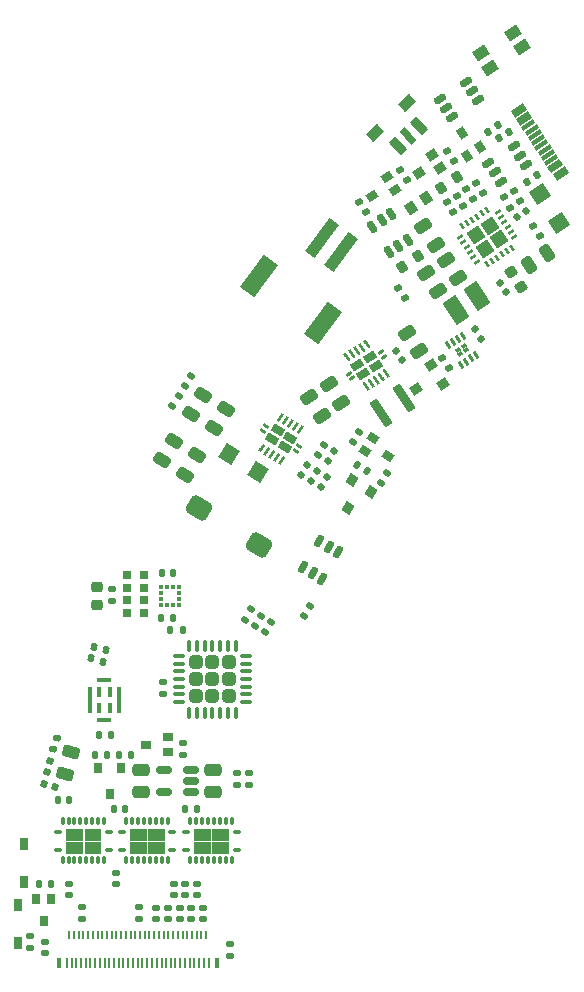
<source format=gbr>
%TF.GenerationSoftware,KiCad,Pcbnew,8.0.4*%
%TF.CreationDate,2024-09-02T19:36:39+02:00*%
%TF.ProjectId,Zoka-MainBoard,5a6f6b61-2d4d-4616-996e-426f6172642e,rev?*%
%TF.SameCoordinates,Original*%
%TF.FileFunction,Paste,Top*%
%TF.FilePolarity,Positive*%
%FSLAX46Y46*%
G04 Gerber Fmt 4.6, Leading zero omitted, Abs format (unit mm)*
G04 Created by KiCad (PCBNEW 8.0.4) date 2024-09-02 19:36:39*
%MOMM*%
%LPD*%
G01*
G04 APERTURE LIST*
G04 Aperture macros list*
%AMRoundRect*
0 Rectangle with rounded corners*
0 $1 Rounding radius*
0 $2 $3 $4 $5 $6 $7 $8 $9 X,Y pos of 4 corners*
0 Add a 4 corners polygon primitive as box body*
4,1,4,$2,$3,$4,$5,$6,$7,$8,$9,$2,$3,0*
0 Add four circle primitives for the rounded corners*
1,1,$1+$1,$2,$3*
1,1,$1+$1,$4,$5*
1,1,$1+$1,$6,$7*
1,1,$1+$1,$8,$9*
0 Add four rect primitives between the rounded corners*
20,1,$1+$1,$2,$3,$4,$5,0*
20,1,$1+$1,$4,$5,$6,$7,0*
20,1,$1+$1,$6,$7,$8,$9,0*
20,1,$1+$1,$8,$9,$2,$3,0*%
%AMHorizOval*
0 Thick line with rounded ends*
0 $1 width*
0 $2 $3 position (X,Y) of the first rounded end (center of the circle)*
0 $4 $5 position (X,Y) of the second rounded end (center of the circle)*
0 Add line between two ends*
20,1,$1,$2,$3,$4,$5,0*
0 Add two circle primitives to create the rounded ends*
1,1,$1,$2,$3*
1,1,$1,$4,$5*%
%AMRotRect*
0 Rectangle, with rotation*
0 The origin of the aperture is its center*
0 $1 length*
0 $2 width*
0 $3 Rotation angle, in degrees counterclockwise*
0 Add horizontal line*
21,1,$1,$2,0,0,$3*%
G04 Aperture macros list end*
%ADD10C,0.010000*%
%ADD11RoundRect,0.200000X-0.015587X-0.339679X0.318352X-0.119487X0.015587X0.339679X-0.318352X0.119487X0*%
%ADD12RoundRect,0.135000X-0.135000X-0.185000X0.135000X-0.185000X0.135000X0.185000X-0.135000X0.185000X0*%
%ADD13RotRect,1.300000X2.220000X213.400000*%
%ADD14RoundRect,0.250000X-0.273574X0.461825X-0.535567X0.035962X0.273574X-0.461825X0.535567X-0.035962X0*%
%ADD15RoundRect,0.135000X-0.228762X0.010866X-0.080132X-0.214543X0.228762X-0.010866X0.080132X0.214543X0*%
%ADD16R,0.700000X0.725000*%
%ADD17RoundRect,0.150000X-0.345419X0.251367X0.094965X-0.416511X0.345419X-0.251367X-0.094965X0.416511X0*%
%ADD18RotRect,0.700000X0.900000X33.400000*%
%ADD19RoundRect,0.135000X0.135000X0.185000X-0.135000X0.185000X-0.135000X-0.185000X0.135000X-0.185000X0*%
%ADD20RotRect,1.000000X0.700000X90.001000*%
%ADD21RoundRect,0.250000X0.475000X-0.250000X0.475000X0.250000X-0.475000X0.250000X-0.475000X-0.250000X0*%
%ADD22RoundRect,0.250000X0.273574X-0.461825X0.535567X-0.035962X-0.273574X0.461825X-0.535567X0.035962X0*%
%ADD23RoundRect,0.150000X0.251367X0.345419X-0.416511X-0.094965X-0.251367X-0.345419X0.416511X0.094965X0*%
%ADD24RoundRect,0.140000X0.140000X0.170000X-0.140000X0.170000X-0.140000X-0.170000X0.140000X-0.170000X0*%
%ADD25RoundRect,0.250000X0.534173X0.052766X0.258933X0.470190X-0.534173X-0.052766X-0.258933X-0.470190X0*%
%ADD26RoundRect,0.140000X0.170000X-0.140000X0.170000X0.140000X-0.170000X0.140000X-0.170000X-0.140000X0*%
%ADD27RoundRect,0.135000X0.010866X0.228762X-0.214543X0.080132X-0.010866X-0.228762X0.214543X-0.080132X0*%
%ADD28RoundRect,0.135000X0.178282X0.143756X-0.082518X0.213637X-0.178282X-0.143756X0.082518X-0.213637X0*%
%ADD29RoundRect,0.135000X0.185000X-0.135000X0.185000X0.135000X-0.185000X0.135000X-0.185000X-0.135000X0*%
%ADD30RoundRect,0.050000X-0.050000X-0.385000X0.050000X-0.385000X0.050000X0.385000X-0.050000X0.385000X0*%
%ADD31RoundRect,0.050000X-0.050000X-0.275000X0.050000X-0.275000X0.050000X0.275000X-0.050000X0.275000X0*%
%ADD32RoundRect,0.100000X-0.100000X-0.350000X0.100000X-0.350000X0.100000X0.350000X-0.100000X0.350000X0*%
%ADD33RoundRect,0.135000X0.086831X-0.211921X0.228308X0.018046X-0.086831X0.211921X-0.228308X-0.018046X0*%
%ADD34RoundRect,0.250000X-0.320000X0.320000X-0.320000X-0.320000X0.320000X-0.320000X0.320000X0.320000X0*%
%ADD35RoundRect,0.075000X-0.075000X0.437500X-0.075000X-0.437500X0.075000X-0.437500X0.075000X0.437500X0*%
%ADD36RoundRect,0.075000X-0.437500X0.075000X-0.437500X-0.075000X0.437500X-0.075000X0.437500X0.075000X0*%
%ADD37RoundRect,0.140000X-0.170000X0.140000X-0.170000X-0.140000X0.170000X-0.140000X0.170000X0.140000X0*%
%ADD38RoundRect,0.140000X0.218991X-0.023297X0.064857X0.210460X-0.218991X0.023297X-0.064857X-0.210460X0*%
%ADD39RoundRect,0.135000X0.228762X-0.010866X0.080132X0.214543X-0.228762X0.010866X-0.080132X-0.214543X0*%
%ADD40RotRect,1.188000X1.188000X213.400000*%
%ADD41RoundRect,0.060000X0.158986X0.176701X-0.225044X-0.076520X-0.158986X-0.176701X0.225044X0.076520X0*%
%ADD42RoundRect,0.060000X-0.076520X0.225044X-0.176701X0.158986X0.076520X-0.225044X0.176701X-0.158986X0*%
%ADD43RoundRect,0.135000X-0.086831X0.211921X-0.228308X-0.018046X0.086831X-0.211921X0.228308X0.018046X0*%
%ADD44R,0.700000X1.000000*%
%ADD45R,0.700000X0.900000*%
%ADD46RotRect,1.000000X3.500000X143.400000*%
%ADD47RotRect,1.500000X3.400000X143.400000*%
%ADD48RotRect,0.850000X1.000000X213.400000*%
%ADD49RotRect,0.700000X0.900000X123.400000*%
%ADD50RoundRect,0.012000X0.288000X0.108000X-0.288000X0.108000X-0.288000X-0.108000X0.288000X-0.108000X0*%
%ADD51RoundRect,0.012000X0.108000X-0.288000X0.108000X0.288000X-0.108000X0.288000X-0.108000X-0.288000X0*%
%ADD52RoundRect,0.135000X0.143756X-0.178282X0.213637X0.082518X-0.143756X0.178282X-0.213637X-0.082518X0*%
%ADD53RoundRect,0.225000X-0.332570X0.050221X-0.084854X-0.325461X0.332570X-0.050221X0.084854X0.325461X0*%
%ADD54RoundRect,0.140000X-0.218991X0.023297X-0.064857X-0.210460X0.218991X-0.023297X0.064857X0.210460X0*%
%ADD55RotRect,0.900000X0.800000X213.400000*%
%ADD56RoundRect,0.250000X-0.394110X0.364421X-0.523520X-0.118542X0.394110X-0.364421X0.523520X0.118542X0*%
%ADD57R,0.350000X0.375000*%
%ADD58R,0.375000X0.350000*%
%ADD59R,0.900000X0.700000*%
%ADD60RoundRect,0.140000X0.071436X-0.208319X0.218152X0.030164X-0.071436X0.208319X-0.218152X-0.030164X0*%
%ADD61RoundRect,0.250000X-0.534173X-0.052766X-0.258933X-0.470190X0.534173X0.052766X0.258933X0.470190X0*%
%ADD62RoundRect,0.080000X-0.177614X-0.021289X-0.089537X-0.154865X0.177614X0.021289X0.089537X0.154865X0*%
%ADD63RoundRect,0.075000X-0.213996X0.188297X0.088769X-0.270869X0.213996X-0.188297X-0.088769X0.270869X0*%
%ADD64RoundRect,0.140000X-0.023297X-0.218991X0.210460X-0.064857X0.023297X0.218991X-0.210460X0.064857X0*%
%ADD65RoundRect,0.225000X0.250000X-0.225000X0.250000X0.225000X-0.250000X0.225000X-0.250000X-0.225000X0*%
%ADD66RoundRect,0.250000X0.052766X-0.534173X0.470190X-0.258933X-0.052766X0.534173X-0.470190X0.258933X0*%
%ADD67RoundRect,0.150000X-0.081835X-0.419289X0.337353X0.262093X0.081835X0.419289X-0.337353X-0.262093X0*%
%ADD68RoundRect,0.200000X0.015587X0.339679X-0.318352X0.119487X-0.015587X-0.339679X0.318352X-0.119487X0*%
%ADD69RoundRect,0.140000X-0.127973X0.179229X-0.200442X-0.091230X0.127973X-0.179229X0.200442X0.091230X0*%
%ADD70RotRect,0.230000X0.230000X238.400000*%
%ADD71HorizOval,0.230000X-0.149336X-0.242742X0.149336X0.242742X0*%
%ADD72RotRect,0.680000X1.050000X238.400000*%
%ADD73RotRect,0.260000X0.500000X238.400000*%
%ADD74RoundRect,0.140000X-0.071436X0.208319X-0.218152X-0.030164X0.071436X-0.208319X0.218152X0.030164X0*%
%ADD75RotRect,0.900000X0.800000X238.400000*%
%ADD76RoundRect,0.150000X0.512500X0.150000X-0.512500X0.150000X-0.512500X-0.150000X0.512500X-0.150000X0*%
%ADD77RoundRect,0.140000X-0.140000X-0.170000X0.140000X-0.170000X0.140000X0.170000X-0.140000X0.170000X0*%
%ADD78RotRect,1.200000X0.950000X33.400000*%
%ADD79RotRect,1.300000X1.400000X328.400000*%
%ADD80RotRect,0.230000X0.230000X123.400000*%
%ADD81HorizOval,0.230000X-0.156887X0.237932X0.156887X-0.237932X0*%
%ADD82RotRect,0.680000X1.050000X123.400000*%
%ADD83RotRect,0.260000X0.500000X123.400000*%
%ADD84RoundRect,0.001000X0.562610X0.191299X0.397465X0.441754X-0.562610X-0.191299X-0.397465X-0.441754X0*%
%ADD85RoundRect,0.135000X-0.211921X-0.086831X0.018046X-0.228308X0.211921X0.086831X-0.018046X0.228308X0*%
%ADD86RoundRect,0.100000X-0.862636X0.808693X0.403470X-1.111457X0.862636X-0.808693X-0.403470X1.111457X0*%
%ADD87RoundRect,0.425000X-0.267049X0.663276X-0.712437X-0.060692X0.267049X-0.663276X0.712437X0.060692X0*%
%ADD88R,0.400000X0.950000*%
%ADD89R,0.350000X2.300000*%
%ADD90R,1.300000X0.350000*%
%ADD91RoundRect,0.140000X-0.179229X-0.127973X0.091230X-0.200442X0.179229X0.127973X-0.091230X0.200442X0*%
%ADD92R,0.800000X0.900000*%
%ADD93RotRect,0.750000X1.500000X223.400000*%
%ADD94RotRect,0.600000X1.500000X223.400000*%
%ADD95RotRect,1.300000X0.900000X223.400000*%
%ADD96RotRect,0.700000X0.900000X238.400000*%
%ADD97RotRect,1.300000X1.400000X123.400000*%
G04 APERTURE END LIST*
D10*
%TO.C,U402*%
X157582987Y-103713462D02*
X156252987Y-103713462D01*
X156252987Y-102793462D01*
X157582987Y-102793462D01*
X157582987Y-103713462D01*
G36*
X157582987Y-103713462D02*
G01*
X156252987Y-103713462D01*
X156252987Y-102793462D01*
X157582987Y-102793462D01*
X157582987Y-103713462D01*
G37*
X159122987Y-103713462D02*
X157792987Y-103713462D01*
X157792987Y-102793462D01*
X159122987Y-102793462D01*
X159122987Y-103713462D01*
G36*
X159122987Y-103713462D02*
G01*
X157792987Y-103713462D01*
X157792987Y-102793462D01*
X159122987Y-102793462D01*
X159122987Y-103713462D01*
G37*
X157582987Y-102593462D02*
X156252987Y-102593462D01*
X156252987Y-101673462D01*
X157582987Y-101673462D01*
X157582987Y-102593462D01*
G36*
X157582987Y-102593462D02*
G01*
X156252987Y-102593462D01*
X156252987Y-101673462D01*
X157582987Y-101673462D01*
X157582987Y-102593462D01*
G37*
X159122987Y-102593462D02*
X157792987Y-102593462D01*
X157792987Y-101673462D01*
X159122987Y-101673462D01*
X159122987Y-102593462D01*
G36*
X159122987Y-102593462D02*
G01*
X157792987Y-102593462D01*
X157792987Y-101673462D01*
X159122987Y-101673462D01*
X159122987Y-102593462D01*
G37*
%TO.C,U401*%
X163007989Y-103714321D02*
X161677989Y-103714321D01*
X161677989Y-102794321D01*
X163007989Y-102794321D01*
X163007989Y-103714321D01*
G36*
X163007989Y-103714321D02*
G01*
X161677989Y-103714321D01*
X161677989Y-102794321D01*
X163007989Y-102794321D01*
X163007989Y-103714321D01*
G37*
X164547989Y-103714321D02*
X163217989Y-103714321D01*
X163217989Y-102794321D01*
X164547989Y-102794321D01*
X164547989Y-103714321D01*
G36*
X164547989Y-103714321D02*
G01*
X163217989Y-103714321D01*
X163217989Y-102794321D01*
X164547989Y-102794321D01*
X164547989Y-103714321D01*
G37*
X163007989Y-102594321D02*
X161677989Y-102594321D01*
X161677989Y-101674321D01*
X163007989Y-101674321D01*
X163007989Y-102594321D01*
G36*
X163007989Y-102594321D02*
G01*
X161677989Y-102594321D01*
X161677989Y-101674321D01*
X163007989Y-101674321D01*
X163007989Y-102594321D01*
G37*
X164547989Y-102594321D02*
X163217989Y-102594321D01*
X163217989Y-101674321D01*
X164547989Y-101674321D01*
X164547989Y-102594321D01*
G36*
X164547989Y-102594321D02*
G01*
X163217989Y-102594321D01*
X163217989Y-101674321D01*
X164547989Y-101674321D01*
X164547989Y-102594321D01*
G37*
%TO.C,U403*%
X152182986Y-103713457D02*
X150852986Y-103713457D01*
X150852986Y-102793457D01*
X152182986Y-102793457D01*
X152182986Y-103713457D01*
G36*
X152182986Y-103713457D02*
G01*
X150852986Y-103713457D01*
X150852986Y-102793457D01*
X152182986Y-102793457D01*
X152182986Y-103713457D01*
G37*
X153722986Y-103713457D02*
X152392986Y-103713457D01*
X152392986Y-102793457D01*
X153722986Y-102793457D01*
X153722986Y-103713457D01*
G36*
X153722986Y-103713457D02*
G01*
X152392986Y-103713457D01*
X152392986Y-102793457D01*
X153722986Y-102793457D01*
X153722986Y-103713457D01*
G37*
X152182986Y-102593457D02*
X150852986Y-102593457D01*
X150852986Y-101673457D01*
X152182986Y-101673457D01*
X152182986Y-102593457D01*
G36*
X152182986Y-102593457D02*
G01*
X150852986Y-102593457D01*
X150852986Y-101673457D01*
X152182986Y-101673457D01*
X152182986Y-102593457D01*
G37*
X153722986Y-102593457D02*
X152392986Y-102593457D01*
X152392986Y-101673457D01*
X153722986Y-101673457D01*
X153722986Y-102593457D01*
G36*
X153722986Y-102593457D02*
G01*
X152392986Y-102593457D01*
X152392986Y-101673457D01*
X153722986Y-101673457D01*
X153722986Y-102593457D01*
G37*
%TD*%
D11*
%TO.C,R309*%
X182576670Y-47419278D03*
X183954168Y-46510984D03*
%TD*%
D12*
%TO.C,R307*%
X155302992Y-95443456D03*
X156322992Y-95443456D03*
%TD*%
D13*
%TO.C,L302*%
X185624344Y-56605765D03*
X183854466Y-57772785D03*
%TD*%
D14*
%TO.C,C320*%
X159970496Y-68868126D03*
X158974922Y-70486408D03*
%TD*%
D15*
%TO.C,R315*%
X178948600Y-55925986D03*
X179510090Y-56777530D03*
%TD*%
D16*
%TO.C,U501*%
X156026136Y-80181627D03*
X156026136Y-81256627D03*
X156026136Y-82331627D03*
X156026136Y-83406627D03*
X157426136Y-83406627D03*
X157426136Y-82331627D03*
X157426136Y-81256627D03*
X157426136Y-80181627D03*
%TD*%
D17*
%TO.C,D301*%
X178328799Y-49651266D03*
X177535693Y-50174223D03*
X176742588Y-50697179D03*
X178173837Y-52867784D03*
X178966943Y-52344827D03*
X179760048Y-51821871D03*
%TD*%
D18*
%TO.C,Q305*%
X184816285Y-44684815D03*
X185901587Y-43969190D03*
X184313022Y-42740792D03*
%TD*%
D19*
%TO.C,R506*%
X149522984Y-106368457D03*
X148502984Y-106368457D03*
%TD*%
%TO.C,R206*%
X159888530Y-83803822D03*
X158868530Y-83803822D03*
%TD*%
D12*
%TO.C,R205*%
X159668530Y-84861956D03*
X160688530Y-84861956D03*
%TD*%
D20*
%TO.C,LED502*%
X147288015Y-106168458D03*
X147287959Y-102968458D03*
%TD*%
D21*
%TO.C,C301*%
X163300490Y-98593455D03*
X163300490Y-96693455D03*
%TD*%
D22*
%TO.C,C321*%
X161385255Y-66568470D03*
X162380829Y-64950188D03*
%TD*%
D23*
%TO.C,D501*%
X185709400Y-40004109D03*
X185186443Y-39211003D03*
X184663487Y-38417898D03*
X182492882Y-39849147D03*
X183015839Y-40642253D03*
X183538795Y-41435358D03*
%TD*%
D24*
%TO.C,C402*%
X151106143Y-99251631D03*
X150146143Y-99251631D03*
%TD*%
D21*
%TO.C,C304*%
X157209634Y-98593455D03*
X157209634Y-96693455D03*
%TD*%
D25*
%TO.C,C306*%
X180731982Y-61246748D03*
X179686068Y-59660538D03*
%TD*%
D26*
%TO.C,C407*%
X159437986Y-109303455D03*
X159437986Y-108343455D03*
%TD*%
D27*
%TO.C,R314*%
X187388006Y-42090704D03*
X186536462Y-42652194D03*
%TD*%
D24*
%TO.C,C401*%
X161892985Y-99993457D03*
X160932985Y-99993457D03*
%TD*%
D28*
%TO.C,R503*%
X154193761Y-86558627D03*
X153208517Y-86294631D03*
%TD*%
D29*
%TO.C,R507*%
X147787989Y-111803458D03*
X147787989Y-110783458D03*
%TD*%
D26*
%TO.C,C412*%
X161437985Y-109303455D03*
X161437985Y-108343455D03*
%TD*%
D30*
%TO.C,J401*%
X150890580Y-113046793D03*
D31*
X151090580Y-110636793D03*
D30*
X151290580Y-113046793D03*
D31*
X151490580Y-110636793D03*
D30*
X151690580Y-113046793D03*
D31*
X151890580Y-110636793D03*
D30*
X152090580Y-113046793D03*
D31*
X152290580Y-110636793D03*
D30*
X152490580Y-113046793D03*
D31*
X152690580Y-110636793D03*
D30*
X152890580Y-113046793D03*
D31*
X153090580Y-110636793D03*
D30*
X153290580Y-113046793D03*
D31*
X153490580Y-110636793D03*
D30*
X153690580Y-113046793D03*
D31*
X153890580Y-110636793D03*
D30*
X154090580Y-113046793D03*
D31*
X154290580Y-110636793D03*
D30*
X154490580Y-113046793D03*
D31*
X154690580Y-110636793D03*
D30*
X154890580Y-113046793D03*
D31*
X155090580Y-110636793D03*
D30*
X155290580Y-113046793D03*
D31*
X155490580Y-110636793D03*
D30*
X155690580Y-113046793D03*
D31*
X155890580Y-110636793D03*
D30*
X156090580Y-113046793D03*
D31*
X156290580Y-110636793D03*
D30*
X156490580Y-113046793D03*
D31*
X156690580Y-110636793D03*
D30*
X156890580Y-113046793D03*
D31*
X157090580Y-110636793D03*
D30*
X157290580Y-113046793D03*
D31*
X157490580Y-110636793D03*
D30*
X157690580Y-113046793D03*
D31*
X157890580Y-110636793D03*
D30*
X158100192Y-113041104D03*
D31*
X158290580Y-110636793D03*
D30*
X158490022Y-113041104D03*
D31*
X158690580Y-110636793D03*
D30*
X158915699Y-113045585D03*
D31*
X159090580Y-110636793D03*
D30*
X159290580Y-113046793D03*
D31*
X159490580Y-110636793D03*
D30*
X159690878Y-113041104D03*
D31*
X159890580Y-110636793D03*
D30*
X160090580Y-113046793D03*
D31*
X160290580Y-110636793D03*
D30*
X160483534Y-113046793D03*
D31*
X160690580Y-110636793D03*
D30*
X160890580Y-113046793D03*
D31*
X161090580Y-110636793D03*
D30*
X161287297Y-113042093D03*
D31*
X161490580Y-110636793D03*
D30*
X161690580Y-113046793D03*
D31*
X161890580Y-110636793D03*
D30*
X162090580Y-113046793D03*
D31*
X162290580Y-110636793D03*
D30*
X162490580Y-113046793D03*
D31*
X162690580Y-110636793D03*
D30*
X162890580Y-113046793D03*
D32*
X150205580Y-113046793D03*
X163575580Y-113046793D03*
%TD*%
D33*
%TO.C,R321*%
X160886197Y-64220945D03*
X161420663Y-63352183D03*
%TD*%
D34*
%TO.C,U202*%
X164646144Y-87581629D03*
X163226144Y-87581629D03*
X161806144Y-87581629D03*
X164646144Y-89001629D03*
X163226144Y-89001629D03*
X161806144Y-89001629D03*
X164646144Y-90421629D03*
X163226144Y-90421629D03*
X161806144Y-90421629D03*
D35*
X165176144Y-86164129D03*
X164526144Y-86164129D03*
X163876144Y-86164129D03*
X163226144Y-86164129D03*
X162576144Y-86164129D03*
X161926144Y-86164129D03*
X161276144Y-86164129D03*
D36*
X160388644Y-87051629D03*
X160388644Y-87701629D03*
X160388644Y-88351629D03*
X160388644Y-89001629D03*
X160388644Y-89651629D03*
X160388644Y-90301629D03*
X160388644Y-90951629D03*
D35*
X161276144Y-91839129D03*
X161926144Y-91839129D03*
X162576144Y-91839129D03*
X163226144Y-91839129D03*
X163876144Y-91839129D03*
X164526144Y-91839129D03*
X165176144Y-91839129D03*
D36*
X166063644Y-90951629D03*
X166063644Y-90301629D03*
X166063644Y-89651629D03*
X166063644Y-89001629D03*
X166063644Y-88351629D03*
X166063644Y-87701629D03*
X166063644Y-87051629D03*
%TD*%
D12*
%TO.C,R306*%
X153302989Y-95443462D03*
X154322989Y-95443462D03*
%TD*%
D37*
%TO.C,C414*%
X164737989Y-111468455D03*
X164737989Y-112428455D03*
%TD*%
D33*
%TO.C,R319*%
X172128517Y-70021886D03*
X172662983Y-69153124D03*
%TD*%
%TO.C,R202*%
X167676428Y-85016776D03*
X168210894Y-84148014D03*
%TD*%
D38*
%TO.C,C307*%
X179294187Y-62007539D03*
X178765725Y-61206085D03*
%TD*%
D26*
%TO.C,C204*%
X159076134Y-90231628D03*
X159076134Y-89271628D03*
%TD*%
D15*
%TO.C,R304*%
X187871420Y-48228217D03*
X188432910Y-49079761D03*
%TD*%
D39*
%TO.C,R301*%
X184457722Y-48945917D03*
X183896232Y-48094373D03*
%TD*%
D15*
%TO.C,R313*%
X183079110Y-44321012D03*
X183640600Y-45172556D03*
%TD*%
D40*
%TO.C,U303*%
X187456832Y-51777632D03*
X186686159Y-50608845D03*
X186288045Y-52548305D03*
X185517372Y-51379518D03*
D41*
X188771849Y-51569340D03*
X188496609Y-51151916D03*
X188221369Y-50734493D03*
X187946128Y-50317069D03*
X187670888Y-49899645D03*
X187395648Y-49482221D03*
D42*
X186477867Y-49293828D03*
X186060443Y-49569068D03*
X185643020Y-49844308D03*
X185225596Y-50119549D03*
X184808172Y-50394789D03*
X184390748Y-50670029D03*
D41*
X184202355Y-51587810D03*
X184477595Y-52005234D03*
X184752835Y-52422657D03*
X185028076Y-52840081D03*
X185303316Y-53257505D03*
X185578556Y-53674929D03*
D42*
X186496337Y-53863322D03*
X186913761Y-53588082D03*
X187331184Y-53312842D03*
X187748608Y-53037601D03*
X188166032Y-52762361D03*
X188583456Y-52487121D03*
%TD*%
D43*
%TO.C,R203*%
X167359169Y-83624024D03*
X166824703Y-84492786D03*
%TD*%
D15*
%TO.C,R317*%
X182664668Y-61812991D03*
X183226158Y-62664535D03*
%TD*%
%TO.C,R324*%
X190388363Y-50658716D03*
X190949853Y-51510260D03*
%TD*%
D44*
%TO.C,LED503*%
X146762983Y-111343458D03*
X146762983Y-108143458D03*
%TD*%
D45*
%TO.C,Q501*%
X149587989Y-107618459D03*
X148287989Y-107618459D03*
X148937989Y-109518459D03*
%TD*%
D33*
%TO.C,R501*%
X170958911Y-83661008D03*
X171493377Y-82792246D03*
%TD*%
D37*
%TO.C,C404*%
X161894909Y-106329399D03*
X161894909Y-107289399D03*
%TD*%
D46*
%TO.C,J301*%
X172504912Y-51634839D03*
X174110547Y-52827289D03*
D47*
X167189998Y-54849911D03*
X172568875Y-58844618D03*
%TD*%
D48*
%TO.C,RT301*%
X181309032Y-48267106D03*
X180015018Y-49120352D03*
%TD*%
D49*
%TO.C,Q306*%
X178686083Y-47559056D03*
X177970458Y-46473754D03*
X176742060Y-48062319D03*
%TD*%
D43*
%TO.C,R204*%
X166507439Y-83100041D03*
X165972973Y-83968803D03*
%TD*%
D50*
%TO.C,U402*%
X155537987Y-103443462D03*
D51*
X155937987Y-104343462D03*
X156437987Y-104343462D03*
X156937987Y-104343462D03*
X157437987Y-104343462D03*
X157937987Y-104343462D03*
X158437987Y-104343462D03*
X158937987Y-104343462D03*
X159437987Y-104343462D03*
D50*
X159837987Y-103443462D03*
X159837987Y-101943462D03*
D51*
X159437987Y-101043462D03*
X158937987Y-101043462D03*
X158437987Y-101043462D03*
X157937987Y-101043462D03*
X157437987Y-101043462D03*
X156937987Y-101043462D03*
X156437987Y-101043462D03*
X155937987Y-101043462D03*
D50*
X155537987Y-101943462D03*
%TD*%
D15*
%TO.C,R303*%
X188717040Y-47663974D03*
X189278530Y-48515518D03*
%TD*%
D52*
%TO.C,R201*%
X149757773Y-94938259D03*
X150021769Y-93953015D03*
%TD*%
D26*
%TO.C,C409*%
X156962987Y-109298457D03*
X156962987Y-108338457D03*
%TD*%
D22*
%TO.C,C322*%
X163344223Y-67773635D03*
X164339797Y-66155353D03*
%TD*%
D23*
%TO.C,D201*%
X189797724Y-45472749D03*
X189274767Y-44679643D03*
X188751811Y-43886538D03*
X186581206Y-45317787D03*
X187104163Y-46110893D03*
X187627119Y-46903998D03*
%TD*%
D53*
%TO.C,C310*%
X188509431Y-54509349D03*
X189362677Y-55803363D03*
%TD*%
D54*
%TO.C,C308*%
X187558992Y-55429514D03*
X188087454Y-56230968D03*
%TD*%
D55*
%TO.C,Q307*%
X182783990Y-63992209D03*
X181738077Y-62405998D03*
X180424368Y-64410161D03*
%TD*%
D56*
%TO.C,C202*%
X151240838Y-95204069D03*
X150749082Y-97039329D03*
%TD*%
D57*
%TO.C,U503*%
X158901139Y-82719130D03*
X159401139Y-82719130D03*
X159901139Y-82719130D03*
X160401139Y-82719130D03*
D58*
X160413639Y-82206630D03*
X160413639Y-81706630D03*
D57*
X160401139Y-81194130D03*
X159901139Y-81194130D03*
X159401139Y-81194130D03*
X158901139Y-81194130D03*
D58*
X158888639Y-81706630D03*
X158888639Y-82206630D03*
%TD*%
D26*
%TO.C,C408*%
X152162985Y-109298455D03*
X152162985Y-108338455D03*
%TD*%
D59*
%TO.C,Q301*%
X159462986Y-95193462D03*
X159462986Y-93893462D03*
X157562986Y-94543462D03*
%TD*%
D60*
%TO.C,C317*%
X170701884Y-71691978D03*
X171204910Y-70874320D03*
%TD*%
D61*
%TO.C,C312*%
X182955052Y-53488303D03*
X184000966Y-55074513D03*
%TD*%
D37*
%TO.C,C413*%
X149037989Y-111263465D03*
X149037989Y-112223465D03*
%TD*%
D62*
%TO.C,U302*%
X184499137Y-60821389D03*
X183998228Y-61151678D03*
X184719330Y-61155328D03*
X184218421Y-61485617D03*
D63*
X184441315Y-59916230D03*
X184023891Y-60191471D03*
X183606467Y-60466711D03*
X183189043Y-60741951D03*
X184276243Y-62390776D03*
X184693667Y-62115535D03*
X185111091Y-61840295D03*
X185528515Y-61565055D03*
%TD*%
D64*
%TO.C,C302*%
X188994584Y-49895255D03*
X189796038Y-49366793D03*
%TD*%
D65*
%TO.C,C501*%
X153426134Y-82726628D03*
X153426134Y-81176628D03*
%TD*%
D66*
%TO.C,C303*%
X189990606Y-53939956D03*
X191576816Y-52894042D03*
%TD*%
D28*
%TO.C,R502*%
X153934946Y-87524550D03*
X152949702Y-87260554D03*
%TD*%
D67*
%TO.C,D502*%
X170894320Y-79499900D03*
X171703460Y-79997687D03*
X172512601Y-80495474D03*
X173874964Y-78280984D03*
X173065824Y-77783197D03*
X172256683Y-77285410D03*
%TD*%
D68*
%TO.C,F301*%
X180619940Y-53171392D03*
X179242442Y-54079686D03*
%TD*%
D25*
%TO.C,C311*%
X174144121Y-65630825D03*
X173098207Y-64044615D03*
%TD*%
D15*
%TO.C,R302*%
X185565929Y-46993416D03*
X186127419Y-47844960D03*
%TD*%
D27*
%TO.C,R208*%
X188326687Y-42669580D03*
X187475143Y-43231070D03*
%TD*%
D69*
%TO.C,C203*%
X149484033Y-95945346D03*
X149235567Y-96872634D03*
%TD*%
D39*
%TO.C,R316*%
X179652573Y-46754076D03*
X179091083Y-45902532D03*
%TD*%
%TO.C,R318*%
X176191177Y-49497614D03*
X175629687Y-48646070D03*
%TD*%
D33*
%TO.C,R312*%
X177484722Y-72381923D03*
X178019188Y-71513161D03*
%TD*%
D29*
%TO.C,R504*%
X165312985Y-97978455D03*
X165312985Y-96958455D03*
%TD*%
D70*
%TO.C,U305*%
X170814042Y-67692772D03*
D71*
X170664706Y-67935514D03*
D70*
X170388179Y-67430779D03*
D71*
X170238843Y-67673521D03*
D70*
X169962315Y-67168786D03*
D71*
X169812979Y-67411528D03*
D70*
X169536452Y-66906793D03*
D71*
X169387116Y-67149535D03*
D70*
X169110588Y-66644800D03*
D71*
X168961252Y-66887542D03*
X167415494Y-69400136D03*
D70*
X167266158Y-69642878D03*
D71*
X167841357Y-69662129D03*
D70*
X167692021Y-69904871D03*
D71*
X168267221Y-69924122D03*
D70*
X168117885Y-70166864D03*
D71*
X168693084Y-70186115D03*
D70*
X168543748Y-70428857D03*
D71*
X169118948Y-70448108D03*
D70*
X168969612Y-70690850D03*
D72*
X169816740Y-68617279D03*
X168735047Y-67951817D03*
D73*
X170559411Y-69308990D03*
X167782782Y-67600796D03*
X170297418Y-69734854D03*
X167520789Y-68026660D03*
D72*
X169345153Y-69383833D03*
X168263460Y-68718371D03*
%TD*%
D74*
%TO.C,C318*%
X173498990Y-69702663D03*
X172995964Y-70520321D03*
%TD*%
D75*
%TO.C,Q304*%
X176667573Y-73166979D03*
X175049292Y-72171406D03*
X174705664Y-74542992D03*
%TD*%
D76*
%TO.C,U301*%
X161400489Y-98593456D03*
X161400489Y-97643456D03*
X161400489Y-96693456D03*
X159125489Y-96693456D03*
X159125489Y-98593456D03*
%TD*%
D24*
%TO.C,C403*%
X155858530Y-99993457D03*
X154898530Y-99993457D03*
%TD*%
D50*
%TO.C,U401*%
X160962989Y-103444321D03*
D51*
X161362989Y-104344321D03*
X161862989Y-104344321D03*
X162362989Y-104344321D03*
X162862989Y-104344321D03*
X163362989Y-104344321D03*
X163862989Y-104344321D03*
X164362989Y-104344321D03*
X164862989Y-104344321D03*
D50*
X165262989Y-103444321D03*
X165262989Y-101944321D03*
D51*
X164862989Y-101044321D03*
X164362989Y-101044321D03*
X163862989Y-101044321D03*
X163362989Y-101044321D03*
X162862989Y-101044321D03*
X162362989Y-101044321D03*
X161862989Y-101044321D03*
X161362989Y-101044321D03*
D50*
X160962989Y-101944321D03*
%TD*%
%TO.C,U403*%
X150137986Y-103443457D03*
D51*
X150537986Y-104343457D03*
X151037986Y-104343457D03*
X151537986Y-104343457D03*
X152037986Y-104343457D03*
X152537986Y-104343457D03*
X153037986Y-104343457D03*
X153537986Y-104343457D03*
X154037986Y-104343457D03*
D50*
X154437986Y-103443457D03*
X154437986Y-101943457D03*
D51*
X154037986Y-101043457D03*
X153537986Y-101043457D03*
X153037986Y-101043457D03*
X152537986Y-101043457D03*
X152037986Y-101043457D03*
X151537986Y-101043457D03*
X151037986Y-101043457D03*
X150537986Y-101043457D03*
D50*
X150137986Y-101943457D03*
%TD*%
D26*
%TO.C,C415*%
X160937982Y-107303460D03*
X160937982Y-106343460D03*
%TD*%
D39*
%TO.C,R308*%
X183622881Y-49496401D03*
X183061391Y-48644857D03*
%TD*%
D25*
%TO.C,C313*%
X172474424Y-66731783D03*
X171428510Y-65145573D03*
%TD*%
D27*
%TO.C,R207*%
X190725371Y-46363786D03*
X189873827Y-46925276D03*
%TD*%
D77*
%TO.C,C503*%
X158908457Y-80025623D03*
X159868457Y-80025623D03*
%TD*%
D78*
%TO.C,LED201*%
X186760806Y-37233844D03*
X185962609Y-36023314D03*
X188634122Y-34261776D03*
X189432319Y-35472306D03*
%TD*%
D79*
%TO.C,D303*%
X164599790Y-69930271D03*
X167069798Y-71449831D03*
%TD*%
D37*
%TO.C,C406*%
X151062985Y-106363456D03*
X151062985Y-107323456D03*
%TD*%
D29*
%TO.C,R505*%
X166312987Y-97976694D03*
X166312987Y-96956694D03*
%TD*%
D60*
%TO.C,C316*%
X172405337Y-72739948D03*
X172908363Y-71922290D03*
%TD*%
D80*
%TO.C,U304*%
X176386890Y-64463422D03*
D81*
X176230003Y-64225490D03*
D80*
X176804314Y-64188182D03*
D81*
X176647427Y-63950250D03*
D80*
X177221738Y-63912941D03*
D81*
X177064851Y-63675010D03*
D80*
X177639162Y-63637701D03*
D81*
X177482275Y-63399769D03*
D80*
X178056586Y-63362460D03*
D81*
X177899699Y-63124529D03*
X176275781Y-60661728D03*
D80*
X176118894Y-60423796D03*
D81*
X175858357Y-60936968D03*
D80*
X175701470Y-60699036D03*
D81*
X175440933Y-61212208D03*
D80*
X175284046Y-60974277D03*
D81*
X175023509Y-61487449D03*
D80*
X174866622Y-61249517D03*
D81*
X174606085Y-61762689D03*
D80*
X174449198Y-61524758D03*
D82*
X175970480Y-63168846D03*
X177030737Y-62469735D03*
D83*
X175029710Y-63549605D03*
X177751314Y-61755037D03*
X174754470Y-63132181D03*
X177476074Y-61337613D03*
D82*
X175475047Y-62417483D03*
X176535304Y-61718372D03*
%TD*%
D54*
%TO.C,C305*%
X185441897Y-59385232D03*
X185970359Y-60186686D03*
%TD*%
D24*
%TO.C,C502*%
X154606142Y-93701628D03*
X153646142Y-93701628D03*
%TD*%
D84*
%TO.C,J201*%
X192787839Y-46356146D03*
X192347455Y-45688268D03*
X191631830Y-44602966D03*
X191081349Y-43768118D03*
X190806109Y-43350694D03*
X190255628Y-42515846D03*
X189540003Y-41430544D03*
X189099618Y-40762666D03*
X189264763Y-41013120D03*
X189705147Y-41680998D03*
X189980388Y-42098422D03*
X190530868Y-42933270D03*
X191356589Y-44185542D03*
X191907070Y-45020390D03*
X192182310Y-45437814D03*
X192622695Y-46105692D03*
%TD*%
D26*
%TO.C,C416*%
X160437978Y-109303460D03*
X160437978Y-108343460D03*
%TD*%
%TO.C,C410*%
X158437990Y-109303453D03*
X158437990Y-108343453D03*
%TD*%
%TO.C,C411*%
X162437984Y-109303462D03*
X162437984Y-108343462D03*
%TD*%
D14*
%TO.C,C319*%
X161929468Y-70073296D03*
X160933894Y-71691578D03*
%TD*%
D25*
%TO.C,C309*%
X182129325Y-52236026D03*
X181083411Y-50649816D03*
%TD*%
D29*
%TO.C,R305*%
X160712986Y-95453456D03*
X160712986Y-94433456D03*
%TD*%
D33*
%TO.C,R320*%
X159838225Y-65924401D03*
X160372691Y-65055639D03*
%TD*%
D85*
%TO.C,R311*%
X175463432Y-70866590D03*
X176332194Y-71401056D03*
%TD*%
D26*
%TO.C,C504*%
X154726145Y-82356627D03*
X154726145Y-81396627D03*
%TD*%
D37*
%TO.C,C405*%
X155076139Y-105421633D03*
X155076139Y-106381633D03*
%TD*%
D86*
%TO.C,L301*%
X179413201Y-65210960D03*
X177534793Y-66449542D03*
%TD*%
D26*
%TO.C,C417*%
X159937985Y-107303454D03*
X159937985Y-106343454D03*
%TD*%
D60*
%TO.C,C315*%
X171553613Y-72215966D03*
X172056639Y-71398308D03*
%TD*%
D61*
%TO.C,C314*%
X181285346Y-54589266D03*
X182331260Y-56175476D03*
%TD*%
D87*
%TO.C,L303*%
X167193170Y-77640414D03*
X162082808Y-74496498D03*
%TD*%
D88*
%TO.C,U502*%
X154526141Y-91451629D03*
X154526141Y-90101629D03*
X153626141Y-90101629D03*
X153626141Y-91451629D03*
D89*
X155301141Y-90776629D03*
D90*
X154076141Y-92501629D03*
X154076141Y-89051629D03*
D89*
X152851141Y-90776629D03*
%TD*%
D55*
%TO.C,D302*%
X182498535Y-45733958D03*
X181782910Y-44648656D03*
X180742352Y-46113363D03*
%TD*%
D43*
%TO.C,R310*%
X175650085Y-68077961D03*
X175115619Y-68946723D03*
%TD*%
D91*
%TO.C,C201*%
X148987232Y-97870015D03*
X149914520Y-98118481D03*
%TD*%
D39*
%TO.C,R323*%
X185292568Y-48395444D03*
X184731078Y-47543900D03*
%TD*%
D92*
%TO.C,Q302*%
X155462984Y-96543460D03*
X153562984Y-96543460D03*
X154512984Y-98743460D03*
%TD*%
D93*
%TO.C,SW501*%
X180694821Y-42146707D03*
X178914713Y-43830072D03*
D94*
X179804767Y-42988389D03*
D95*
X179706046Y-40191471D03*
X177017720Y-42733694D03*
%TD*%
D96*
%TO.C,Q303*%
X176801195Y-68592401D03*
X176120014Y-69699646D03*
X178078886Y-70141597D03*
%TD*%
D97*
%TO.C,D202*%
X192564415Y-50386211D03*
X190968021Y-47965153D03*
%TD*%
M02*

</source>
